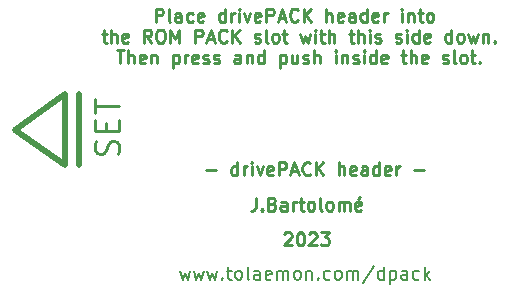
<source format=gbr>
%TF.GenerationSoftware,KiCad,Pcbnew,(6.0.11)*%
%TF.CreationDate,2023-08-07T18:16:36+02:00*%
%TF.ProjectId,CartHeaderBase,43617274-4865-4616-9465-72426173652e,rev?*%
%TF.SameCoordinates,Original*%
%TF.FileFunction,Legend,Top*%
%TF.FilePolarity,Positive*%
%FSLAX46Y46*%
G04 Gerber Fmt 4.6, Leading zero omitted, Abs format (unit mm)*
G04 Created by KiCad (PCBNEW (6.0.11)) date 2023-08-07 18:16:36*
%MOMM*%
%LPD*%
G01*
G04 APERTURE LIST*
%ADD10C,0.250000*%
%ADD11C,0.500000*%
%ADD12C,0.200000*%
%ADD13C,0.150000*%
G04 APERTURE END LIST*
D10*
X152218923Y-110200547D02*
X152314161Y-109914833D01*
X152314161Y-109438642D01*
X152218923Y-109248166D01*
X152123685Y-109152928D01*
X151933209Y-109057690D01*
X151742733Y-109057690D01*
X151552257Y-109152928D01*
X151457019Y-109248166D01*
X151361780Y-109438642D01*
X151266542Y-109819595D01*
X151171304Y-110010071D01*
X151076066Y-110105309D01*
X150885590Y-110200547D01*
X150695114Y-110200547D01*
X150504638Y-110105309D01*
X150409400Y-110010071D01*
X150314161Y-109819595D01*
X150314161Y-109343404D01*
X150409400Y-109057690D01*
X151266542Y-108200547D02*
X151266542Y-107533880D01*
X152314161Y-107248166D02*
X152314161Y-108200547D01*
X150314161Y-108200547D01*
X150314161Y-107248166D01*
X150314161Y-106676738D02*
X150314161Y-105533880D01*
X152314161Y-106105309D02*
X150314161Y-106105309D01*
D11*
X148920200Y-105105200D02*
X148920200Y-111099600D01*
X147751800Y-105105200D02*
X147751800Y-111099600D01*
X143535400Y-108102400D02*
X147751800Y-111099600D01*
X143535400Y-108102400D02*
X147751800Y-105105200D01*
D10*
X163908290Y-113850019D02*
X163908290Y-114635733D01*
X163855909Y-114792876D01*
X163751147Y-114897638D01*
X163594004Y-114950019D01*
X163489242Y-114950019D01*
X164432100Y-114845257D02*
X164484480Y-114897638D01*
X164432100Y-114950019D01*
X164379719Y-114897638D01*
X164432100Y-114845257D01*
X164432100Y-114950019D01*
X165322576Y-114373828D02*
X165479719Y-114426209D01*
X165532100Y-114478590D01*
X165584480Y-114583352D01*
X165584480Y-114740495D01*
X165532100Y-114845257D01*
X165479719Y-114897638D01*
X165374957Y-114950019D01*
X164955909Y-114950019D01*
X164955909Y-113850019D01*
X165322576Y-113850019D01*
X165427338Y-113902400D01*
X165479719Y-113954780D01*
X165532100Y-114059542D01*
X165532100Y-114164304D01*
X165479719Y-114269066D01*
X165427338Y-114321447D01*
X165322576Y-114373828D01*
X164955909Y-114373828D01*
X166527338Y-114950019D02*
X166527338Y-114373828D01*
X166474957Y-114269066D01*
X166370195Y-114216685D01*
X166160671Y-114216685D01*
X166055909Y-114269066D01*
X166527338Y-114897638D02*
X166422576Y-114950019D01*
X166160671Y-114950019D01*
X166055909Y-114897638D01*
X166003528Y-114792876D01*
X166003528Y-114688114D01*
X166055909Y-114583352D01*
X166160671Y-114530971D01*
X166422576Y-114530971D01*
X166527338Y-114478590D01*
X167051147Y-114950019D02*
X167051147Y-114216685D01*
X167051147Y-114426209D02*
X167103528Y-114321447D01*
X167155909Y-114269066D01*
X167260671Y-114216685D01*
X167365433Y-114216685D01*
X167574957Y-114216685D02*
X167994004Y-114216685D01*
X167732100Y-113850019D02*
X167732100Y-114792876D01*
X167784480Y-114897638D01*
X167889242Y-114950019D01*
X167994004Y-114950019D01*
X168517814Y-114950019D02*
X168413052Y-114897638D01*
X168360671Y-114845257D01*
X168308290Y-114740495D01*
X168308290Y-114426209D01*
X168360671Y-114321447D01*
X168413052Y-114269066D01*
X168517814Y-114216685D01*
X168674957Y-114216685D01*
X168779719Y-114269066D01*
X168832100Y-114321447D01*
X168884480Y-114426209D01*
X168884480Y-114740495D01*
X168832100Y-114845257D01*
X168779719Y-114897638D01*
X168674957Y-114950019D01*
X168517814Y-114950019D01*
X169513052Y-114950019D02*
X169408290Y-114897638D01*
X169355909Y-114792876D01*
X169355909Y-113850019D01*
X170089242Y-114950019D02*
X169984480Y-114897638D01*
X169932100Y-114845257D01*
X169879719Y-114740495D01*
X169879719Y-114426209D01*
X169932100Y-114321447D01*
X169984480Y-114269066D01*
X170089242Y-114216685D01*
X170246385Y-114216685D01*
X170351147Y-114269066D01*
X170403528Y-114321447D01*
X170455909Y-114426209D01*
X170455909Y-114740495D01*
X170403528Y-114845257D01*
X170351147Y-114897638D01*
X170246385Y-114950019D01*
X170089242Y-114950019D01*
X170927338Y-114950019D02*
X170927338Y-114216685D01*
X170927338Y-114321447D02*
X170979719Y-114269066D01*
X171084480Y-114216685D01*
X171241623Y-114216685D01*
X171346385Y-114269066D01*
X171398766Y-114373828D01*
X171398766Y-114950019D01*
X171398766Y-114373828D02*
X171451147Y-114269066D01*
X171555909Y-114216685D01*
X171713052Y-114216685D01*
X171817814Y-114269066D01*
X171870195Y-114373828D01*
X171870195Y-114950019D01*
X172813052Y-114897638D02*
X172708290Y-114950019D01*
X172498766Y-114950019D01*
X172394004Y-114897638D01*
X172341623Y-114792876D01*
X172341623Y-114373828D01*
X172394004Y-114269066D01*
X172498766Y-114216685D01*
X172708290Y-114216685D01*
X172813052Y-114269066D01*
X172865433Y-114373828D01*
X172865433Y-114478590D01*
X172341623Y-114583352D01*
X172708290Y-113797638D02*
X172551147Y-113954780D01*
X166335623Y-116901180D02*
X166388004Y-116848800D01*
X166492766Y-116796419D01*
X166754671Y-116796419D01*
X166859433Y-116848800D01*
X166911814Y-116901180D01*
X166964195Y-117005942D01*
X166964195Y-117110704D01*
X166911814Y-117267847D01*
X166283242Y-117896419D01*
X166964195Y-117896419D01*
X167645147Y-116796419D02*
X167749909Y-116796419D01*
X167854671Y-116848800D01*
X167907052Y-116901180D01*
X167959433Y-117005942D01*
X168011814Y-117215466D01*
X168011814Y-117477371D01*
X167959433Y-117686895D01*
X167907052Y-117791657D01*
X167854671Y-117844038D01*
X167749909Y-117896419D01*
X167645147Y-117896419D01*
X167540385Y-117844038D01*
X167488004Y-117791657D01*
X167435623Y-117686895D01*
X167383242Y-117477371D01*
X167383242Y-117215466D01*
X167435623Y-117005942D01*
X167488004Y-116901180D01*
X167540385Y-116848800D01*
X167645147Y-116796419D01*
X168430861Y-116901180D02*
X168483242Y-116848800D01*
X168588004Y-116796419D01*
X168849909Y-116796419D01*
X168954671Y-116848800D01*
X169007052Y-116901180D01*
X169059433Y-117005942D01*
X169059433Y-117110704D01*
X169007052Y-117267847D01*
X168378480Y-117896419D01*
X169059433Y-117896419D01*
X169426100Y-116796419D02*
X170107052Y-116796419D01*
X169740385Y-117215466D01*
X169897528Y-117215466D01*
X170002290Y-117267847D01*
X170054671Y-117320228D01*
X170107052Y-117424990D01*
X170107052Y-117686895D01*
X170054671Y-117791657D01*
X170002290Y-117844038D01*
X169897528Y-117896419D01*
X169583242Y-117896419D01*
X169478480Y-117844038D01*
X169426100Y-117791657D01*
X155436819Y-98955019D02*
X155436819Y-97855019D01*
X155855866Y-97855019D01*
X155960628Y-97907400D01*
X156013009Y-97959780D01*
X156065390Y-98064542D01*
X156065390Y-98221685D01*
X156013009Y-98326447D01*
X155960628Y-98378828D01*
X155855866Y-98431209D01*
X155436819Y-98431209D01*
X156693961Y-98955019D02*
X156589199Y-98902638D01*
X156536819Y-98797876D01*
X156536819Y-97855019D01*
X157584438Y-98955019D02*
X157584438Y-98378828D01*
X157532057Y-98274066D01*
X157427295Y-98221685D01*
X157217771Y-98221685D01*
X157113009Y-98274066D01*
X157584438Y-98902638D02*
X157479676Y-98955019D01*
X157217771Y-98955019D01*
X157113009Y-98902638D01*
X157060628Y-98797876D01*
X157060628Y-98693114D01*
X157113009Y-98588352D01*
X157217771Y-98535971D01*
X157479676Y-98535971D01*
X157584438Y-98483590D01*
X158579676Y-98902638D02*
X158474914Y-98955019D01*
X158265390Y-98955019D01*
X158160628Y-98902638D01*
X158108247Y-98850257D01*
X158055866Y-98745495D01*
X158055866Y-98431209D01*
X158108247Y-98326447D01*
X158160628Y-98274066D01*
X158265390Y-98221685D01*
X158474914Y-98221685D01*
X158579676Y-98274066D01*
X159470152Y-98902638D02*
X159365390Y-98955019D01*
X159155866Y-98955019D01*
X159051104Y-98902638D01*
X158998723Y-98797876D01*
X158998723Y-98378828D01*
X159051104Y-98274066D01*
X159155866Y-98221685D01*
X159365390Y-98221685D01*
X159470152Y-98274066D01*
X159522533Y-98378828D01*
X159522533Y-98483590D01*
X158998723Y-98588352D01*
X161303485Y-98955019D02*
X161303485Y-97855019D01*
X161303485Y-98902638D02*
X161198723Y-98955019D01*
X160989199Y-98955019D01*
X160884438Y-98902638D01*
X160832057Y-98850257D01*
X160779676Y-98745495D01*
X160779676Y-98431209D01*
X160832057Y-98326447D01*
X160884438Y-98274066D01*
X160989199Y-98221685D01*
X161198723Y-98221685D01*
X161303485Y-98274066D01*
X161827295Y-98955019D02*
X161827295Y-98221685D01*
X161827295Y-98431209D02*
X161879676Y-98326447D01*
X161932057Y-98274066D01*
X162036819Y-98221685D01*
X162141580Y-98221685D01*
X162508247Y-98955019D02*
X162508247Y-98221685D01*
X162508247Y-97855019D02*
X162455866Y-97907400D01*
X162508247Y-97959780D01*
X162560628Y-97907400D01*
X162508247Y-97855019D01*
X162508247Y-97959780D01*
X162927295Y-98221685D02*
X163189199Y-98955019D01*
X163451104Y-98221685D01*
X164289199Y-98902638D02*
X164184438Y-98955019D01*
X163974914Y-98955019D01*
X163870152Y-98902638D01*
X163817771Y-98797876D01*
X163817771Y-98378828D01*
X163870152Y-98274066D01*
X163974914Y-98221685D01*
X164184438Y-98221685D01*
X164289199Y-98274066D01*
X164341580Y-98378828D01*
X164341580Y-98483590D01*
X163817771Y-98588352D01*
X164813009Y-98955019D02*
X164813009Y-97855019D01*
X165232057Y-97855019D01*
X165336819Y-97907400D01*
X165389199Y-97959780D01*
X165441580Y-98064542D01*
X165441580Y-98221685D01*
X165389199Y-98326447D01*
X165336819Y-98378828D01*
X165232057Y-98431209D01*
X164813009Y-98431209D01*
X165860628Y-98640733D02*
X166384438Y-98640733D01*
X165755866Y-98955019D02*
X166122533Y-97855019D01*
X166489199Y-98955019D01*
X167484438Y-98850257D02*
X167432057Y-98902638D01*
X167274914Y-98955019D01*
X167170152Y-98955019D01*
X167013009Y-98902638D01*
X166908247Y-98797876D01*
X166855866Y-98693114D01*
X166803485Y-98483590D01*
X166803485Y-98326447D01*
X166855866Y-98116923D01*
X166908247Y-98012161D01*
X167013009Y-97907400D01*
X167170152Y-97855019D01*
X167274914Y-97855019D01*
X167432057Y-97907400D01*
X167484438Y-97959780D01*
X167955866Y-98955019D02*
X167955866Y-97855019D01*
X168584438Y-98955019D02*
X168113009Y-98326447D01*
X168584438Y-97855019D02*
X167955866Y-98483590D01*
X169893961Y-98955019D02*
X169893961Y-97855019D01*
X170365390Y-98955019D02*
X170365390Y-98378828D01*
X170313009Y-98274066D01*
X170208247Y-98221685D01*
X170051104Y-98221685D01*
X169946342Y-98274066D01*
X169893961Y-98326447D01*
X171308247Y-98902638D02*
X171203485Y-98955019D01*
X170993961Y-98955019D01*
X170889199Y-98902638D01*
X170836819Y-98797876D01*
X170836819Y-98378828D01*
X170889199Y-98274066D01*
X170993961Y-98221685D01*
X171203485Y-98221685D01*
X171308247Y-98274066D01*
X171360628Y-98378828D01*
X171360628Y-98483590D01*
X170836819Y-98588352D01*
X172303485Y-98955019D02*
X172303485Y-98378828D01*
X172251104Y-98274066D01*
X172146342Y-98221685D01*
X171936819Y-98221685D01*
X171832057Y-98274066D01*
X172303485Y-98902638D02*
X172198723Y-98955019D01*
X171936819Y-98955019D01*
X171832057Y-98902638D01*
X171779676Y-98797876D01*
X171779676Y-98693114D01*
X171832057Y-98588352D01*
X171936819Y-98535971D01*
X172198723Y-98535971D01*
X172303485Y-98483590D01*
X173298723Y-98955019D02*
X173298723Y-97855019D01*
X173298723Y-98902638D02*
X173193961Y-98955019D01*
X172984438Y-98955019D01*
X172879676Y-98902638D01*
X172827295Y-98850257D01*
X172774914Y-98745495D01*
X172774914Y-98431209D01*
X172827295Y-98326447D01*
X172879676Y-98274066D01*
X172984438Y-98221685D01*
X173193961Y-98221685D01*
X173298723Y-98274066D01*
X174241580Y-98902638D02*
X174136819Y-98955019D01*
X173927295Y-98955019D01*
X173822533Y-98902638D01*
X173770152Y-98797876D01*
X173770152Y-98378828D01*
X173822533Y-98274066D01*
X173927295Y-98221685D01*
X174136819Y-98221685D01*
X174241580Y-98274066D01*
X174293961Y-98378828D01*
X174293961Y-98483590D01*
X173770152Y-98588352D01*
X174765390Y-98955019D02*
X174765390Y-98221685D01*
X174765390Y-98431209D02*
X174817771Y-98326447D01*
X174870152Y-98274066D01*
X174974914Y-98221685D01*
X175079676Y-98221685D01*
X176284438Y-98955019D02*
X176284438Y-98221685D01*
X176284438Y-97855019D02*
X176232057Y-97907400D01*
X176284438Y-97959780D01*
X176336819Y-97907400D01*
X176284438Y-97855019D01*
X176284438Y-97959780D01*
X176808247Y-98221685D02*
X176808247Y-98955019D01*
X176808247Y-98326447D02*
X176860628Y-98274066D01*
X176965390Y-98221685D01*
X177122533Y-98221685D01*
X177227295Y-98274066D01*
X177279676Y-98378828D01*
X177279676Y-98955019D01*
X177646342Y-98221685D02*
X178065390Y-98221685D01*
X177803485Y-97855019D02*
X177803485Y-98797876D01*
X177855866Y-98902638D01*
X177960628Y-98955019D01*
X178065390Y-98955019D01*
X178589200Y-98955019D02*
X178484438Y-98902638D01*
X178432057Y-98850257D01*
X178379676Y-98745495D01*
X178379676Y-98431209D01*
X178432057Y-98326447D01*
X178484438Y-98274066D01*
X178589200Y-98221685D01*
X178746342Y-98221685D01*
X178851104Y-98274066D01*
X178903485Y-98326447D01*
X178955866Y-98431209D01*
X178955866Y-98745495D01*
X178903485Y-98850257D01*
X178851104Y-98902638D01*
X178746342Y-98955019D01*
X178589200Y-98955019D01*
X150879676Y-99992685D02*
X151298723Y-99992685D01*
X151036819Y-99626019D02*
X151036819Y-100568876D01*
X151089199Y-100673638D01*
X151193961Y-100726019D01*
X151298723Y-100726019D01*
X151665390Y-100726019D02*
X151665390Y-99626019D01*
X152136819Y-100726019D02*
X152136819Y-100149828D01*
X152084438Y-100045066D01*
X151979676Y-99992685D01*
X151822533Y-99992685D01*
X151717771Y-100045066D01*
X151665390Y-100097447D01*
X153079676Y-100673638D02*
X152974914Y-100726019D01*
X152765390Y-100726019D01*
X152660628Y-100673638D01*
X152608247Y-100568876D01*
X152608247Y-100149828D01*
X152660628Y-100045066D01*
X152765390Y-99992685D01*
X152974914Y-99992685D01*
X153079676Y-100045066D01*
X153132057Y-100149828D01*
X153132057Y-100254590D01*
X152608247Y-100359352D01*
X155070152Y-100726019D02*
X154703485Y-100202209D01*
X154441580Y-100726019D02*
X154441580Y-99626019D01*
X154860628Y-99626019D01*
X154965390Y-99678400D01*
X155017771Y-99730780D01*
X155070152Y-99835542D01*
X155070152Y-99992685D01*
X155017771Y-100097447D01*
X154965390Y-100149828D01*
X154860628Y-100202209D01*
X154441580Y-100202209D01*
X155751104Y-99626019D02*
X155960628Y-99626019D01*
X156065390Y-99678400D01*
X156170152Y-99783161D01*
X156222533Y-99992685D01*
X156222533Y-100359352D01*
X156170152Y-100568876D01*
X156065390Y-100673638D01*
X155960628Y-100726019D01*
X155751104Y-100726019D01*
X155646342Y-100673638D01*
X155541580Y-100568876D01*
X155489199Y-100359352D01*
X155489199Y-99992685D01*
X155541580Y-99783161D01*
X155646342Y-99678400D01*
X155751104Y-99626019D01*
X156693961Y-100726019D02*
X156693961Y-99626019D01*
X157060628Y-100411733D01*
X157427295Y-99626019D01*
X157427295Y-100726019D01*
X158789199Y-100726019D02*
X158789199Y-99626019D01*
X159208247Y-99626019D01*
X159313009Y-99678400D01*
X159365390Y-99730780D01*
X159417771Y-99835542D01*
X159417771Y-99992685D01*
X159365390Y-100097447D01*
X159313009Y-100149828D01*
X159208247Y-100202209D01*
X158789199Y-100202209D01*
X159836819Y-100411733D02*
X160360628Y-100411733D01*
X159732057Y-100726019D02*
X160098723Y-99626019D01*
X160465390Y-100726019D01*
X161460628Y-100621257D02*
X161408247Y-100673638D01*
X161251104Y-100726019D01*
X161146342Y-100726019D01*
X160989199Y-100673638D01*
X160884438Y-100568876D01*
X160832057Y-100464114D01*
X160779676Y-100254590D01*
X160779676Y-100097447D01*
X160832057Y-99887923D01*
X160884438Y-99783161D01*
X160989199Y-99678400D01*
X161146342Y-99626019D01*
X161251104Y-99626019D01*
X161408247Y-99678400D01*
X161460628Y-99730780D01*
X161932057Y-100726019D02*
X161932057Y-99626019D01*
X162560628Y-100726019D02*
X162089199Y-100097447D01*
X162560628Y-99626019D02*
X161932057Y-100254590D01*
X163817771Y-100673638D02*
X163922533Y-100726019D01*
X164132057Y-100726019D01*
X164236819Y-100673638D01*
X164289199Y-100568876D01*
X164289199Y-100516495D01*
X164236819Y-100411733D01*
X164132057Y-100359352D01*
X163974914Y-100359352D01*
X163870152Y-100306971D01*
X163817771Y-100202209D01*
X163817771Y-100149828D01*
X163870152Y-100045066D01*
X163974914Y-99992685D01*
X164132057Y-99992685D01*
X164236819Y-100045066D01*
X164917771Y-100726019D02*
X164813009Y-100673638D01*
X164760628Y-100568876D01*
X164760628Y-99626019D01*
X165493961Y-100726019D02*
X165389199Y-100673638D01*
X165336819Y-100621257D01*
X165284438Y-100516495D01*
X165284438Y-100202209D01*
X165336819Y-100097447D01*
X165389199Y-100045066D01*
X165493961Y-99992685D01*
X165651104Y-99992685D01*
X165755866Y-100045066D01*
X165808247Y-100097447D01*
X165860628Y-100202209D01*
X165860628Y-100516495D01*
X165808247Y-100621257D01*
X165755866Y-100673638D01*
X165651104Y-100726019D01*
X165493961Y-100726019D01*
X166174914Y-99992685D02*
X166593961Y-99992685D01*
X166332057Y-99626019D02*
X166332057Y-100568876D01*
X166384438Y-100673638D01*
X166489199Y-100726019D01*
X166593961Y-100726019D01*
X167693961Y-99992685D02*
X167903485Y-100726019D01*
X168113009Y-100202209D01*
X168322533Y-100726019D01*
X168532057Y-99992685D01*
X168951104Y-100726019D02*
X168951104Y-99992685D01*
X168951104Y-99626019D02*
X168898723Y-99678400D01*
X168951104Y-99730780D01*
X169003485Y-99678400D01*
X168951104Y-99626019D01*
X168951104Y-99730780D01*
X169317771Y-99992685D02*
X169736819Y-99992685D01*
X169474914Y-99626019D02*
X169474914Y-100568876D01*
X169527295Y-100673638D01*
X169632057Y-100726019D01*
X169736819Y-100726019D01*
X170103485Y-100726019D02*
X170103485Y-99626019D01*
X170574914Y-100726019D02*
X170574914Y-100149828D01*
X170522533Y-100045066D01*
X170417771Y-99992685D01*
X170260628Y-99992685D01*
X170155866Y-100045066D01*
X170103485Y-100097447D01*
X171779676Y-99992685D02*
X172198723Y-99992685D01*
X171936819Y-99626019D02*
X171936819Y-100568876D01*
X171989199Y-100673638D01*
X172093961Y-100726019D01*
X172198723Y-100726019D01*
X172565390Y-100726019D02*
X172565390Y-99626019D01*
X173036819Y-100726019D02*
X173036819Y-100149828D01*
X172984438Y-100045066D01*
X172879676Y-99992685D01*
X172722533Y-99992685D01*
X172617771Y-100045066D01*
X172565390Y-100097447D01*
X173560628Y-100726019D02*
X173560628Y-99992685D01*
X173560628Y-99626019D02*
X173508247Y-99678400D01*
X173560628Y-99730780D01*
X173613009Y-99678400D01*
X173560628Y-99626019D01*
X173560628Y-99730780D01*
X174032057Y-100673638D02*
X174136819Y-100726019D01*
X174346342Y-100726019D01*
X174451104Y-100673638D01*
X174503485Y-100568876D01*
X174503485Y-100516495D01*
X174451104Y-100411733D01*
X174346342Y-100359352D01*
X174189199Y-100359352D01*
X174084438Y-100306971D01*
X174032057Y-100202209D01*
X174032057Y-100149828D01*
X174084438Y-100045066D01*
X174189199Y-99992685D01*
X174346342Y-99992685D01*
X174451104Y-100045066D01*
X175760628Y-100673638D02*
X175865390Y-100726019D01*
X176074914Y-100726019D01*
X176179676Y-100673638D01*
X176232057Y-100568876D01*
X176232057Y-100516495D01*
X176179676Y-100411733D01*
X176074914Y-100359352D01*
X175917771Y-100359352D01*
X175813009Y-100306971D01*
X175760628Y-100202209D01*
X175760628Y-100149828D01*
X175813009Y-100045066D01*
X175917771Y-99992685D01*
X176074914Y-99992685D01*
X176179676Y-100045066D01*
X176703485Y-100726019D02*
X176703485Y-99992685D01*
X176703485Y-99626019D02*
X176651104Y-99678400D01*
X176703485Y-99730780D01*
X176755866Y-99678400D01*
X176703485Y-99626019D01*
X176703485Y-99730780D01*
X177698723Y-100726019D02*
X177698723Y-99626019D01*
X177698723Y-100673638D02*
X177593961Y-100726019D01*
X177384438Y-100726019D01*
X177279676Y-100673638D01*
X177227295Y-100621257D01*
X177174914Y-100516495D01*
X177174914Y-100202209D01*
X177227295Y-100097447D01*
X177279676Y-100045066D01*
X177384438Y-99992685D01*
X177593961Y-99992685D01*
X177698723Y-100045066D01*
X178641580Y-100673638D02*
X178536819Y-100726019D01*
X178327295Y-100726019D01*
X178222533Y-100673638D01*
X178170152Y-100568876D01*
X178170152Y-100149828D01*
X178222533Y-100045066D01*
X178327295Y-99992685D01*
X178536819Y-99992685D01*
X178641580Y-100045066D01*
X178693961Y-100149828D01*
X178693961Y-100254590D01*
X178170152Y-100359352D01*
X180474914Y-100726019D02*
X180474914Y-99626019D01*
X180474914Y-100673638D02*
X180370152Y-100726019D01*
X180160628Y-100726019D01*
X180055866Y-100673638D01*
X180003485Y-100621257D01*
X179951104Y-100516495D01*
X179951104Y-100202209D01*
X180003485Y-100097447D01*
X180055866Y-100045066D01*
X180160628Y-99992685D01*
X180370152Y-99992685D01*
X180474914Y-100045066D01*
X181155866Y-100726019D02*
X181051104Y-100673638D01*
X180998723Y-100621257D01*
X180946342Y-100516495D01*
X180946342Y-100202209D01*
X180998723Y-100097447D01*
X181051104Y-100045066D01*
X181155866Y-99992685D01*
X181313009Y-99992685D01*
X181417771Y-100045066D01*
X181470152Y-100097447D01*
X181522533Y-100202209D01*
X181522533Y-100516495D01*
X181470152Y-100621257D01*
X181417771Y-100673638D01*
X181313009Y-100726019D01*
X181155866Y-100726019D01*
X181889200Y-99992685D02*
X182098723Y-100726019D01*
X182308247Y-100202209D01*
X182517771Y-100726019D01*
X182727295Y-99992685D01*
X183146342Y-99992685D02*
X183146342Y-100726019D01*
X183146342Y-100097447D02*
X183198723Y-100045066D01*
X183303485Y-99992685D01*
X183460628Y-99992685D01*
X183565390Y-100045066D01*
X183617771Y-100149828D01*
X183617771Y-100726019D01*
X184141580Y-100621257D02*
X184193961Y-100673638D01*
X184141580Y-100726019D01*
X184089199Y-100673638D01*
X184141580Y-100621257D01*
X184141580Y-100726019D01*
X152136819Y-101397019D02*
X152765390Y-101397019D01*
X152451104Y-102497019D02*
X152451104Y-101397019D01*
X153132057Y-102497019D02*
X153132057Y-101397019D01*
X153603485Y-102497019D02*
X153603485Y-101920828D01*
X153551104Y-101816066D01*
X153446342Y-101763685D01*
X153289200Y-101763685D01*
X153184438Y-101816066D01*
X153132057Y-101868447D01*
X154546342Y-102444638D02*
X154441580Y-102497019D01*
X154232057Y-102497019D01*
X154127295Y-102444638D01*
X154074914Y-102339876D01*
X154074914Y-101920828D01*
X154127295Y-101816066D01*
X154232057Y-101763685D01*
X154441580Y-101763685D01*
X154546342Y-101816066D01*
X154598723Y-101920828D01*
X154598723Y-102025590D01*
X154074914Y-102130352D01*
X155070152Y-101763685D02*
X155070152Y-102497019D01*
X155070152Y-101868447D02*
X155122533Y-101816066D01*
X155227295Y-101763685D01*
X155384438Y-101763685D01*
X155489200Y-101816066D01*
X155541580Y-101920828D01*
X155541580Y-102497019D01*
X156903485Y-101763685D02*
X156903485Y-102863685D01*
X156903485Y-101816066D02*
X157008247Y-101763685D01*
X157217771Y-101763685D01*
X157322533Y-101816066D01*
X157374914Y-101868447D01*
X157427295Y-101973209D01*
X157427295Y-102287495D01*
X157374914Y-102392257D01*
X157322533Y-102444638D01*
X157217771Y-102497019D01*
X157008247Y-102497019D01*
X156903485Y-102444638D01*
X157898723Y-102497019D02*
X157898723Y-101763685D01*
X157898723Y-101973209D02*
X157951104Y-101868447D01*
X158003485Y-101816066D01*
X158108247Y-101763685D01*
X158213009Y-101763685D01*
X158998723Y-102444638D02*
X158893961Y-102497019D01*
X158684438Y-102497019D01*
X158579676Y-102444638D01*
X158527295Y-102339876D01*
X158527295Y-101920828D01*
X158579676Y-101816066D01*
X158684438Y-101763685D01*
X158893961Y-101763685D01*
X158998723Y-101816066D01*
X159051104Y-101920828D01*
X159051104Y-102025590D01*
X158527295Y-102130352D01*
X159470152Y-102444638D02*
X159574914Y-102497019D01*
X159784438Y-102497019D01*
X159889200Y-102444638D01*
X159941580Y-102339876D01*
X159941580Y-102287495D01*
X159889200Y-102182733D01*
X159784438Y-102130352D01*
X159627295Y-102130352D01*
X159522533Y-102077971D01*
X159470152Y-101973209D01*
X159470152Y-101920828D01*
X159522533Y-101816066D01*
X159627295Y-101763685D01*
X159784438Y-101763685D01*
X159889200Y-101816066D01*
X160360628Y-102444638D02*
X160465390Y-102497019D01*
X160674914Y-102497019D01*
X160779676Y-102444638D01*
X160832057Y-102339876D01*
X160832057Y-102287495D01*
X160779676Y-102182733D01*
X160674914Y-102130352D01*
X160517771Y-102130352D01*
X160413009Y-102077971D01*
X160360628Y-101973209D01*
X160360628Y-101920828D01*
X160413009Y-101816066D01*
X160517771Y-101763685D01*
X160674914Y-101763685D01*
X160779676Y-101816066D01*
X162613009Y-102497019D02*
X162613009Y-101920828D01*
X162560628Y-101816066D01*
X162455866Y-101763685D01*
X162246342Y-101763685D01*
X162141580Y-101816066D01*
X162613009Y-102444638D02*
X162508247Y-102497019D01*
X162246342Y-102497019D01*
X162141580Y-102444638D01*
X162089200Y-102339876D01*
X162089200Y-102235114D01*
X162141580Y-102130352D01*
X162246342Y-102077971D01*
X162508247Y-102077971D01*
X162613009Y-102025590D01*
X163136819Y-101763685D02*
X163136819Y-102497019D01*
X163136819Y-101868447D02*
X163189200Y-101816066D01*
X163293961Y-101763685D01*
X163451104Y-101763685D01*
X163555866Y-101816066D01*
X163608247Y-101920828D01*
X163608247Y-102497019D01*
X164603485Y-102497019D02*
X164603485Y-101397019D01*
X164603485Y-102444638D02*
X164498723Y-102497019D01*
X164289200Y-102497019D01*
X164184438Y-102444638D01*
X164132057Y-102392257D01*
X164079676Y-102287495D01*
X164079676Y-101973209D01*
X164132057Y-101868447D01*
X164184438Y-101816066D01*
X164289200Y-101763685D01*
X164498723Y-101763685D01*
X164603485Y-101816066D01*
X165965390Y-101763685D02*
X165965390Y-102863685D01*
X165965390Y-101816066D02*
X166070152Y-101763685D01*
X166279676Y-101763685D01*
X166384438Y-101816066D01*
X166436819Y-101868447D01*
X166489200Y-101973209D01*
X166489200Y-102287495D01*
X166436819Y-102392257D01*
X166384438Y-102444638D01*
X166279676Y-102497019D01*
X166070152Y-102497019D01*
X165965390Y-102444638D01*
X167432057Y-101763685D02*
X167432057Y-102497019D01*
X166960628Y-101763685D02*
X166960628Y-102339876D01*
X167013009Y-102444638D01*
X167117771Y-102497019D01*
X167274914Y-102497019D01*
X167379676Y-102444638D01*
X167432057Y-102392257D01*
X167903485Y-102444638D02*
X168008247Y-102497019D01*
X168217771Y-102497019D01*
X168322533Y-102444638D01*
X168374914Y-102339876D01*
X168374914Y-102287495D01*
X168322533Y-102182733D01*
X168217771Y-102130352D01*
X168060628Y-102130352D01*
X167955866Y-102077971D01*
X167903485Y-101973209D01*
X167903485Y-101920828D01*
X167955866Y-101816066D01*
X168060628Y-101763685D01*
X168217771Y-101763685D01*
X168322533Y-101816066D01*
X168846342Y-102497019D02*
X168846342Y-101397019D01*
X169317771Y-102497019D02*
X169317771Y-101920828D01*
X169265390Y-101816066D01*
X169160628Y-101763685D01*
X169003485Y-101763685D01*
X168898723Y-101816066D01*
X168846342Y-101868447D01*
X170679676Y-102497019D02*
X170679676Y-101763685D01*
X170679676Y-101397019D02*
X170627295Y-101449400D01*
X170679676Y-101501780D01*
X170732057Y-101449400D01*
X170679676Y-101397019D01*
X170679676Y-101501780D01*
X171203485Y-101763685D02*
X171203485Y-102497019D01*
X171203485Y-101868447D02*
X171255866Y-101816066D01*
X171360628Y-101763685D01*
X171517771Y-101763685D01*
X171622533Y-101816066D01*
X171674914Y-101920828D01*
X171674914Y-102497019D01*
X172146342Y-102444638D02*
X172251104Y-102497019D01*
X172460628Y-102497019D01*
X172565390Y-102444638D01*
X172617771Y-102339876D01*
X172617771Y-102287495D01*
X172565390Y-102182733D01*
X172460628Y-102130352D01*
X172303485Y-102130352D01*
X172198723Y-102077971D01*
X172146342Y-101973209D01*
X172146342Y-101920828D01*
X172198723Y-101816066D01*
X172303485Y-101763685D01*
X172460628Y-101763685D01*
X172565390Y-101816066D01*
X173089200Y-102497019D02*
X173089200Y-101763685D01*
X173089200Y-101397019D02*
X173036819Y-101449400D01*
X173089200Y-101501780D01*
X173141580Y-101449400D01*
X173089200Y-101397019D01*
X173089200Y-101501780D01*
X174084438Y-102497019D02*
X174084438Y-101397019D01*
X174084438Y-102444638D02*
X173979676Y-102497019D01*
X173770152Y-102497019D01*
X173665390Y-102444638D01*
X173613009Y-102392257D01*
X173560628Y-102287495D01*
X173560628Y-101973209D01*
X173613009Y-101868447D01*
X173665390Y-101816066D01*
X173770152Y-101763685D01*
X173979676Y-101763685D01*
X174084438Y-101816066D01*
X175027295Y-102444638D02*
X174922533Y-102497019D01*
X174713009Y-102497019D01*
X174608247Y-102444638D01*
X174555866Y-102339876D01*
X174555866Y-101920828D01*
X174608247Y-101816066D01*
X174713009Y-101763685D01*
X174922533Y-101763685D01*
X175027295Y-101816066D01*
X175079676Y-101920828D01*
X175079676Y-102025590D01*
X174555866Y-102130352D01*
X176232057Y-101763685D02*
X176651104Y-101763685D01*
X176389200Y-101397019D02*
X176389200Y-102339876D01*
X176441580Y-102444638D01*
X176546342Y-102497019D01*
X176651104Y-102497019D01*
X177017771Y-102497019D02*
X177017771Y-101397019D01*
X177489200Y-102497019D02*
X177489200Y-101920828D01*
X177436819Y-101816066D01*
X177332057Y-101763685D01*
X177174914Y-101763685D01*
X177070152Y-101816066D01*
X177017771Y-101868447D01*
X178432057Y-102444638D02*
X178327295Y-102497019D01*
X178117771Y-102497019D01*
X178013009Y-102444638D01*
X177960628Y-102339876D01*
X177960628Y-101920828D01*
X178013009Y-101816066D01*
X178117771Y-101763685D01*
X178327295Y-101763685D01*
X178432057Y-101816066D01*
X178484438Y-101920828D01*
X178484438Y-102025590D01*
X177960628Y-102130352D01*
X179741580Y-102444638D02*
X179846342Y-102497019D01*
X180055866Y-102497019D01*
X180160628Y-102444638D01*
X180213009Y-102339876D01*
X180213009Y-102287495D01*
X180160628Y-102182733D01*
X180055866Y-102130352D01*
X179898723Y-102130352D01*
X179793961Y-102077971D01*
X179741580Y-101973209D01*
X179741580Y-101920828D01*
X179793961Y-101816066D01*
X179898723Y-101763685D01*
X180055866Y-101763685D01*
X180160628Y-101816066D01*
X180841580Y-102497019D02*
X180736819Y-102444638D01*
X180684438Y-102339876D01*
X180684438Y-101397019D01*
X181417771Y-102497019D02*
X181313009Y-102444638D01*
X181260628Y-102392257D01*
X181208247Y-102287495D01*
X181208247Y-101973209D01*
X181260628Y-101868447D01*
X181313009Y-101816066D01*
X181417771Y-101763685D01*
X181574914Y-101763685D01*
X181679676Y-101816066D01*
X181732057Y-101868447D01*
X181784438Y-101973209D01*
X181784438Y-102287495D01*
X181732057Y-102392257D01*
X181679676Y-102444638D01*
X181574914Y-102497019D01*
X181417771Y-102497019D01*
X182098723Y-101763685D02*
X182517771Y-101763685D01*
X182255866Y-101397019D02*
X182255866Y-102339876D01*
X182308247Y-102444638D01*
X182413009Y-102497019D01*
X182517771Y-102497019D01*
X182884438Y-102392257D02*
X182936819Y-102444638D01*
X182884438Y-102497019D01*
X182832057Y-102444638D01*
X182884438Y-102392257D01*
X182884438Y-102497019D01*
X159682404Y-111533771D02*
X160520500Y-111533771D01*
X162353833Y-111952819D02*
X162353833Y-110852819D01*
X162353833Y-111900438D02*
X162249071Y-111952819D01*
X162039547Y-111952819D01*
X161934785Y-111900438D01*
X161882404Y-111848057D01*
X161830023Y-111743295D01*
X161830023Y-111429009D01*
X161882404Y-111324247D01*
X161934785Y-111271866D01*
X162039547Y-111219485D01*
X162249071Y-111219485D01*
X162353833Y-111271866D01*
X162877642Y-111952819D02*
X162877642Y-111219485D01*
X162877642Y-111429009D02*
X162930023Y-111324247D01*
X162982404Y-111271866D01*
X163087166Y-111219485D01*
X163191928Y-111219485D01*
X163558595Y-111952819D02*
X163558595Y-111219485D01*
X163558595Y-110852819D02*
X163506214Y-110905200D01*
X163558595Y-110957580D01*
X163610976Y-110905200D01*
X163558595Y-110852819D01*
X163558595Y-110957580D01*
X163977642Y-111219485D02*
X164239547Y-111952819D01*
X164501452Y-111219485D01*
X165339547Y-111900438D02*
X165234785Y-111952819D01*
X165025261Y-111952819D01*
X164920500Y-111900438D01*
X164868119Y-111795676D01*
X164868119Y-111376628D01*
X164920500Y-111271866D01*
X165025261Y-111219485D01*
X165234785Y-111219485D01*
X165339547Y-111271866D01*
X165391928Y-111376628D01*
X165391928Y-111481390D01*
X164868119Y-111586152D01*
X165863357Y-111952819D02*
X165863357Y-110852819D01*
X166282404Y-110852819D01*
X166387166Y-110905200D01*
X166439547Y-110957580D01*
X166491928Y-111062342D01*
X166491928Y-111219485D01*
X166439547Y-111324247D01*
X166387166Y-111376628D01*
X166282404Y-111429009D01*
X165863357Y-111429009D01*
X166910976Y-111638533D02*
X167434785Y-111638533D01*
X166806214Y-111952819D02*
X167172880Y-110852819D01*
X167539547Y-111952819D01*
X168534785Y-111848057D02*
X168482404Y-111900438D01*
X168325261Y-111952819D01*
X168220500Y-111952819D01*
X168063357Y-111900438D01*
X167958595Y-111795676D01*
X167906214Y-111690914D01*
X167853833Y-111481390D01*
X167853833Y-111324247D01*
X167906214Y-111114723D01*
X167958595Y-111009961D01*
X168063357Y-110905200D01*
X168220500Y-110852819D01*
X168325261Y-110852819D01*
X168482404Y-110905200D01*
X168534785Y-110957580D01*
X169006214Y-111952819D02*
X169006214Y-110852819D01*
X169634785Y-111952819D02*
X169163357Y-111324247D01*
X169634785Y-110852819D02*
X169006214Y-111481390D01*
X170944309Y-111952819D02*
X170944309Y-110852819D01*
X171415738Y-111952819D02*
X171415738Y-111376628D01*
X171363357Y-111271866D01*
X171258595Y-111219485D01*
X171101452Y-111219485D01*
X170996690Y-111271866D01*
X170944309Y-111324247D01*
X172358595Y-111900438D02*
X172253833Y-111952819D01*
X172044309Y-111952819D01*
X171939547Y-111900438D01*
X171887166Y-111795676D01*
X171887166Y-111376628D01*
X171939547Y-111271866D01*
X172044309Y-111219485D01*
X172253833Y-111219485D01*
X172358595Y-111271866D01*
X172410976Y-111376628D01*
X172410976Y-111481390D01*
X171887166Y-111586152D01*
X173353833Y-111952819D02*
X173353833Y-111376628D01*
X173301452Y-111271866D01*
X173196690Y-111219485D01*
X172987166Y-111219485D01*
X172882404Y-111271866D01*
X173353833Y-111900438D02*
X173249071Y-111952819D01*
X172987166Y-111952819D01*
X172882404Y-111900438D01*
X172830023Y-111795676D01*
X172830023Y-111690914D01*
X172882404Y-111586152D01*
X172987166Y-111533771D01*
X173249071Y-111533771D01*
X173353833Y-111481390D01*
X174349071Y-111952819D02*
X174349071Y-110852819D01*
X174349071Y-111900438D02*
X174244309Y-111952819D01*
X174034785Y-111952819D01*
X173930023Y-111900438D01*
X173877642Y-111848057D01*
X173825261Y-111743295D01*
X173825261Y-111429009D01*
X173877642Y-111324247D01*
X173930023Y-111271866D01*
X174034785Y-111219485D01*
X174244309Y-111219485D01*
X174349071Y-111271866D01*
X175291928Y-111900438D02*
X175187166Y-111952819D01*
X174977642Y-111952819D01*
X174872880Y-111900438D01*
X174820500Y-111795676D01*
X174820500Y-111376628D01*
X174872880Y-111271866D01*
X174977642Y-111219485D01*
X175187166Y-111219485D01*
X175291928Y-111271866D01*
X175344309Y-111376628D01*
X175344309Y-111481390D01*
X174820500Y-111586152D01*
X175815738Y-111952819D02*
X175815738Y-111219485D01*
X175815738Y-111429009D02*
X175868119Y-111324247D01*
X175920500Y-111271866D01*
X176025261Y-111219485D01*
X176130023Y-111219485D01*
X177334785Y-111533771D02*
X178172880Y-111533771D01*
D12*
X157516247Y-120058685D02*
X157725771Y-120792019D01*
X157935295Y-120268209D01*
X158144819Y-120792019D01*
X158354342Y-120058685D01*
X158668628Y-120058685D02*
X158878152Y-120792019D01*
X159087676Y-120268209D01*
X159297200Y-120792019D01*
X159506723Y-120058685D01*
X159821009Y-120058685D02*
X160030533Y-120792019D01*
X160240057Y-120268209D01*
X160449580Y-120792019D01*
X160659104Y-120058685D01*
X161078152Y-120687257D02*
X161130533Y-120739638D01*
X161078152Y-120792019D01*
X161025771Y-120739638D01*
X161078152Y-120687257D01*
X161078152Y-120792019D01*
X161444819Y-120058685D02*
X161863866Y-120058685D01*
X161601961Y-119692019D02*
X161601961Y-120634876D01*
X161654342Y-120739638D01*
X161759104Y-120792019D01*
X161863866Y-120792019D01*
X162387676Y-120792019D02*
X162282914Y-120739638D01*
X162230533Y-120687257D01*
X162178152Y-120582495D01*
X162178152Y-120268209D01*
X162230533Y-120163447D01*
X162282914Y-120111066D01*
X162387676Y-120058685D01*
X162544819Y-120058685D01*
X162649580Y-120111066D01*
X162701961Y-120163447D01*
X162754342Y-120268209D01*
X162754342Y-120582495D01*
X162701961Y-120687257D01*
X162649580Y-120739638D01*
X162544819Y-120792019D01*
X162387676Y-120792019D01*
X163382914Y-120792019D02*
X163278152Y-120739638D01*
X163225771Y-120634876D01*
X163225771Y-119692019D01*
X164273390Y-120792019D02*
X164273390Y-120215828D01*
X164221009Y-120111066D01*
X164116247Y-120058685D01*
X163906723Y-120058685D01*
X163801961Y-120111066D01*
X164273390Y-120739638D02*
X164168628Y-120792019D01*
X163906723Y-120792019D01*
X163801961Y-120739638D01*
X163749580Y-120634876D01*
X163749580Y-120530114D01*
X163801961Y-120425352D01*
X163906723Y-120372971D01*
X164168628Y-120372971D01*
X164273390Y-120320590D01*
X165216247Y-120739638D02*
X165111485Y-120792019D01*
X164901961Y-120792019D01*
X164797200Y-120739638D01*
X164744819Y-120634876D01*
X164744819Y-120215828D01*
X164797200Y-120111066D01*
X164901961Y-120058685D01*
X165111485Y-120058685D01*
X165216247Y-120111066D01*
X165268628Y-120215828D01*
X165268628Y-120320590D01*
X164744819Y-120425352D01*
X165740057Y-120792019D02*
X165740057Y-120058685D01*
X165740057Y-120163447D02*
X165792438Y-120111066D01*
X165897200Y-120058685D01*
X166054342Y-120058685D01*
X166159104Y-120111066D01*
X166211485Y-120215828D01*
X166211485Y-120792019D01*
X166211485Y-120215828D02*
X166263866Y-120111066D01*
X166368628Y-120058685D01*
X166525771Y-120058685D01*
X166630533Y-120111066D01*
X166682914Y-120215828D01*
X166682914Y-120792019D01*
X167363866Y-120792019D02*
X167259104Y-120739638D01*
X167206723Y-120687257D01*
X167154342Y-120582495D01*
X167154342Y-120268209D01*
X167206723Y-120163447D01*
X167259104Y-120111066D01*
X167363866Y-120058685D01*
X167521009Y-120058685D01*
X167625771Y-120111066D01*
X167678152Y-120163447D01*
X167730533Y-120268209D01*
X167730533Y-120582495D01*
X167678152Y-120687257D01*
X167625771Y-120739638D01*
X167521009Y-120792019D01*
X167363866Y-120792019D01*
X168201961Y-120058685D02*
X168201961Y-120792019D01*
X168201961Y-120163447D02*
X168254342Y-120111066D01*
X168359104Y-120058685D01*
X168516247Y-120058685D01*
X168621009Y-120111066D01*
X168673390Y-120215828D01*
X168673390Y-120792019D01*
X169197200Y-120687257D02*
X169249580Y-120739638D01*
X169197200Y-120792019D01*
X169144819Y-120739638D01*
X169197200Y-120687257D01*
X169197200Y-120792019D01*
X170192438Y-120739638D02*
X170087676Y-120792019D01*
X169878152Y-120792019D01*
X169773390Y-120739638D01*
X169721009Y-120687257D01*
X169668628Y-120582495D01*
X169668628Y-120268209D01*
X169721009Y-120163447D01*
X169773390Y-120111066D01*
X169878152Y-120058685D01*
X170087676Y-120058685D01*
X170192438Y-120111066D01*
X170821009Y-120792019D02*
X170716247Y-120739638D01*
X170663866Y-120687257D01*
X170611485Y-120582495D01*
X170611485Y-120268209D01*
X170663866Y-120163447D01*
X170716247Y-120111066D01*
X170821009Y-120058685D01*
X170978152Y-120058685D01*
X171082914Y-120111066D01*
X171135295Y-120163447D01*
X171187676Y-120268209D01*
X171187676Y-120582495D01*
X171135295Y-120687257D01*
X171082914Y-120739638D01*
X170978152Y-120792019D01*
X170821009Y-120792019D01*
X171659104Y-120792019D02*
X171659104Y-120058685D01*
X171659104Y-120163447D02*
X171711485Y-120111066D01*
X171816247Y-120058685D01*
X171973390Y-120058685D01*
X172078152Y-120111066D01*
X172130533Y-120215828D01*
X172130533Y-120792019D01*
X172130533Y-120215828D02*
X172182914Y-120111066D01*
X172287676Y-120058685D01*
X172444819Y-120058685D01*
X172549580Y-120111066D01*
X172601961Y-120215828D01*
X172601961Y-120792019D01*
X173911485Y-119639638D02*
X172968628Y-121053923D01*
X174749580Y-120792019D02*
X174749580Y-119692019D01*
X174749580Y-120739638D02*
X174644819Y-120792019D01*
X174435295Y-120792019D01*
X174330533Y-120739638D01*
X174278152Y-120687257D01*
X174225771Y-120582495D01*
X174225771Y-120268209D01*
X174278152Y-120163447D01*
X174330533Y-120111066D01*
X174435295Y-120058685D01*
X174644819Y-120058685D01*
X174749580Y-120111066D01*
X175273390Y-120058685D02*
X175273390Y-121158685D01*
X175273390Y-120111066D02*
X175378152Y-120058685D01*
X175587676Y-120058685D01*
X175692438Y-120111066D01*
X175744819Y-120163447D01*
X175797200Y-120268209D01*
X175797200Y-120582495D01*
X175744819Y-120687257D01*
X175692438Y-120739638D01*
X175587676Y-120792019D01*
X175378152Y-120792019D01*
X175273390Y-120739638D01*
X176740057Y-120792019D02*
X176740057Y-120215828D01*
X176687676Y-120111066D01*
X176582914Y-120058685D01*
X176373390Y-120058685D01*
X176268628Y-120111066D01*
X176740057Y-120739638D02*
X176635295Y-120792019D01*
X176373390Y-120792019D01*
X176268628Y-120739638D01*
X176216247Y-120634876D01*
X176216247Y-120530114D01*
X176268628Y-120425352D01*
X176373390Y-120372971D01*
X176635295Y-120372971D01*
X176740057Y-120320590D01*
X177735295Y-120739638D02*
X177630533Y-120792019D01*
X177421009Y-120792019D01*
X177316247Y-120739638D01*
X177263866Y-120687257D01*
X177211485Y-120582495D01*
X177211485Y-120268209D01*
X177263866Y-120163447D01*
X177316247Y-120111066D01*
X177421009Y-120058685D01*
X177630533Y-120058685D01*
X177735295Y-120111066D01*
X178206723Y-120792019D02*
X178206723Y-119692019D01*
X178311485Y-120372971D02*
X178625771Y-120792019D01*
X178625771Y-120058685D02*
X178206723Y-120477733D01*
D13*
%TO.C,*%
%TD*%
M02*

</source>
